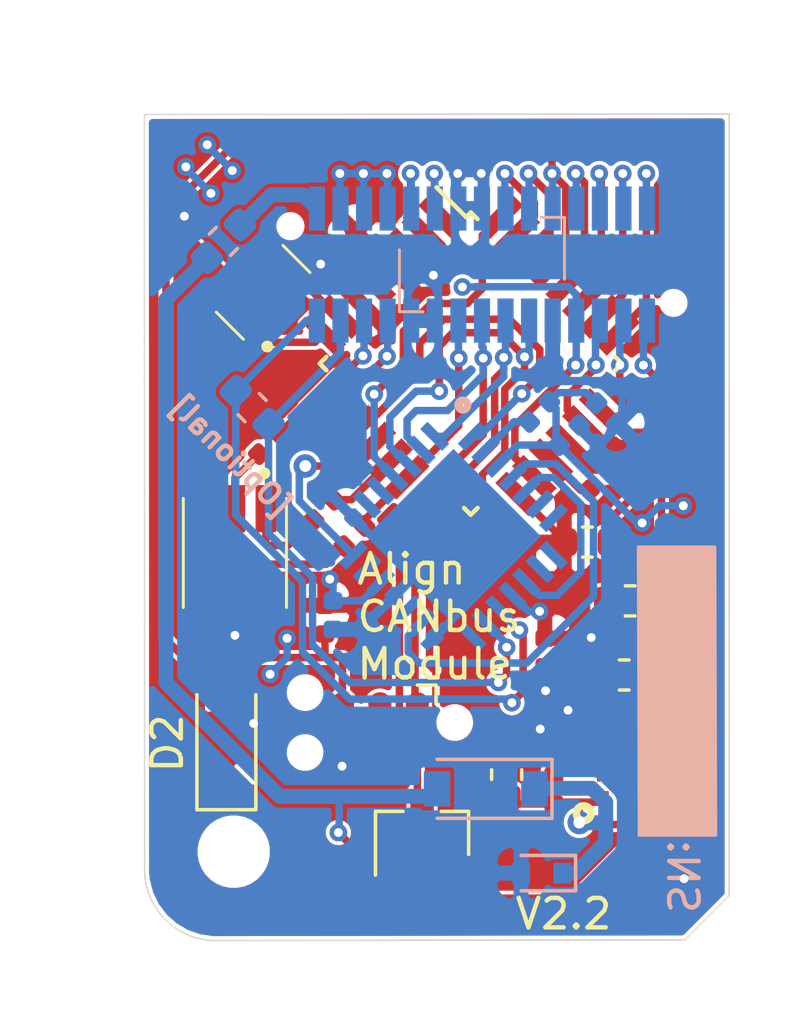
<source format=kicad_pcb>
(kicad_pcb (version 20171130) (host pcbnew "(5.1.6)-1")
  (layers (0 F.Cu signal) (31 B.Cu signal) (34 B.Paste user hide) (35 F.Paste user hide) (36 B.SilkS user hide) (37 F.SilkS user) (38 B.Mask user hide) (39 F.Mask user) (44 Edge.Cuts user))
  (net 0 "")
  (net 1 "Net-(U1-Pad7)")
  (net 2 GND)
  (net 3 /Reset)
  (net 4 /MOSI)
  (net 5 /SCK)
  (net 6 +5V)
  (net 7 /MISO)
  (net 8 /CAN_CS)
  (net 9 /CAN_INT)
  (net 10 +12V)
  (net 11 /CLK_MCP)
  (net 12 /GREEN_LED)
  (net 13 /RED_LED)
  (net 14 /BLUE_LED)
  (net 15 /U-Pin8)
  (net 16 /U-Pin12)
  (net 17 /U-Pin14)
  (net 18 /U-Pin20)
  (net 19 /U-Pin22)
  (net 20 /U-Pin2)
  (net 21 /U-Pin4)
  (net 22 /U-Pin6)
  (net 23 /U-Pin7)
  (net 24 /U-Pin23)
  (net 25 /U-Pin1)
  (net 26 /U-Pin3)
  (net 27 +12V_Safe)
  (net 28 "Net-(C3-Pad2)")
  (net 29 "Net-(L2-Pad1)")
  (net 30 "Net-(C2-Pad1)")
  (net 31 "Net-(U1-Pad8)")
  (net 32 /U-Pin5)
  (net 33 /U-Pin27)
  (net 34 /U-Pin29)
  (net 35 "Net-(IC1-Pad2)")
  (net 36 "Net-(IC1-Pad16)")
  (net 37 "Net-(IC1-Pad10)")
  (net 38 "Net-(J1-Pad2)")
  (net 39 "Net-(LED1-Pad5)")
  (net 40 "Net-(LED1-Pad3)")
  (net 41 "Net-(LED1-Pad1)")
  (net 42 12V_fused)
  (module ACM_2020_V2:D_Zener_KDZV5.6B_SOD-123 (layer F.Cu) (at 65.75 85.325 90)
    (fp_text reference D2 (at 0 -2 90) (layer F.SilkS))
    (fp_text value D_Zener_KDZVTR5.6B)
    (pad 1 smd rect (at -1.65 0 90) (size 0.9 1.2) (layers F.Cu F.Paste F.Mask) (net 6 +5V))
    (pad 2 smd rect (at 1.65 0 90) (size 0.9 1.2) (layers F.Cu F.Paste F.Mask) (net 2 GND))
  )
  (module ASMB-TTF0-0A20B:ASMBTTF00A20B (layer F.Cu) (at 66.04 78.867 270)
    (fp_text reference LED1 hide)
    (fp_text value ASMB-TTF0-0A20B hide)
    (pad 6 smd rect (at 1.5 1.05) (size 0.7 1.6) (layers F.Cu F.Paste F.Mask) (net 2 GND))
    (pad 5 smd rect (at -1.5 1.05) (size 0.7 1.6) (layers F.Cu F.Paste F.Mask) (net 39 "Net-(LED1-Pad5)"))
    (pad 4 smd rect (at 1.5 0) (size 0.7 1.6) (layers F.Cu F.Paste F.Mask) (net 2 GND))
    (pad 3 smd rect (at -1.5 0) (size 0.7 1.6) (layers F.Cu F.Paste F.Mask) (net 40 "Net-(LED1-Pad3)"))
    (pad 2 smd rect (at 1.5 -1.05) (size 0.7 1.6) (layers F.Cu F.Paste F.Mask) (net 2 GND))
    (pad 1 smd rect (at -1.5 -1.05) (size 0.7 1.6) (layers F.Cu F.Paste F.Mask) (net 41 "Net-(LED1-Pad1)"))
  )
  (module ACM_2020_V2:Pmos_DMP3099L-13 (layer F.Cu) (at 72.39 88.392 90)
    (fp_text reference Q1 hide)
    (fp_text value Q_PMOS_DMP3099L-13)
    (pad 1 smd rect (at -1 -0.95 90) (size 0.9 0.8) (layers F.Cu F.Paste F.Mask) (net 42 12V_fused))
    (pad 2 smd rect (at -1 0.95 90) (size 0.9 0.8) (layers F.Cu F.Paste F.Mask) (net 6 +5V))
    (pad 3 smd rect (at 1 0 90) (size 0.9 0.8) (layers F.Cu F.Paste F.Mask) (net 38 "Net-(J1-Pad2)"))
  )
  (module ACM_2020_V2:QFN65P600X600X100-29N-D (layer B.Cu) (at 73.4568 78.3082 225)
    (fp_text reference IC1 hide)
    (fp_text value MCP25625T-E_ML hide)
    (pad 1 smd rect (at -2.85 1.95 135) (size 0.35 1.05) (layers B.Cu B.Paste B.Mask) (net 8 /CAN_CS))
    (pad 2 smd rect (at -2.85 1.3 135) (size 0.35 1.05) (layers B.Cu B.Paste B.Mask) (net 35 "Net-(IC1-Pad2)"))
    (pad 3 smd rect (at -2.85 0.65 135) (size 0.35 1.05) (layers B.Cu B.Paste B.Mask) (net 6 +5V))
    (pad 4 smd rect (at -2.85 0 135) (size 0.35 1.05) (layers B.Cu B.Paste B.Mask) (net 36 "Net-(IC1-Pad16)"))
    (pad 5 smd rect (at -2.85 -0.65 135) (size 0.35 1.05) (layers B.Cu B.Paste B.Mask) (net 37 "Net-(IC1-Pad10)"))
    (pad 6 smd rect (at -2.85 -1.3 135) (size 0.35 1.05) (layers B.Cu B.Paste B.Mask))
    (pad 7 smd rect (at -2.85 -1.95 135) (size 0.35 1.05) (layers B.Cu B.Paste B.Mask))
    (pad 8 smd rect (at -1.95 -2.85 225) (size 0.35 1.05) (layers B.Cu B.Paste B.Mask))
    (pad 9 smd rect (at -1.3 -2.85 225) (size 0.35 1.05) (layers B.Cu B.Paste B.Mask))
    (pad 10 smd rect (at -0.65 -2.85 225) (size 0.35 1.05) (layers B.Cu B.Paste B.Mask) (net 37 "Net-(IC1-Pad10)"))
    (pad 11 smd rect (at 0 -2.85 225) (size 0.35 1.05) (layers B.Cu B.Paste B.Mask) (net 6 +5V))
    (pad 12 smd rect (at 0.65 -2.85 225) (size 0.35 1.05) (layers B.Cu B.Paste B.Mask) (net 34 /U-Pin29))
    (pad 13 smd rect (at 1.3 -2.85 225) (size 0.35 1.05) (layers B.Cu B.Paste B.Mask) (net 33 /U-Pin27))
    (pad 14 smd rect (at 1.95 -2.85 225) (size 0.35 1.05) (layers B.Cu B.Paste B.Mask))
    (pad 15 smd rect (at 2.85 -1.95 135) (size 0.35 1.05) (layers B.Cu B.Paste B.Mask) (net 2 GND))
    (pad 16 smd rect (at 2.85 -1.3 135) (size 0.35 1.05) (layers B.Cu B.Paste B.Mask) (net 36 "Net-(IC1-Pad16)"))
    (pad 17 smd rect (at 2.85 -0.65 135) (size 0.35 1.05) (layers B.Cu B.Paste B.Mask))
    (pad 18 smd rect (at 2.85 0 135) (size 0.35 1.05) (layers B.Cu B.Paste B.Mask) (net 2 GND))
    (pad 19 smd rect (at 2.85 0.65 135) (size 0.35 1.05) (layers B.Cu B.Paste B.Mask) (net 6 +5V))
    (pad 20 smd rect (at 2.85 1.3 135) (size 0.35 1.05) (layers B.Cu B.Paste B.Mask))
    (pad 21 smd rect (at 2.85 1.95 135) (size 0.35 1.05) (layers B.Cu B.Paste B.Mask) (net 11 /CLK_MCP))
    (pad 22 smd rect (at 1.95 2.85 225) (size 0.35 1.05) (layers B.Cu B.Paste B.Mask) (net 2 GND))
    (pad 23 smd rect (at 1.3 2.85 225) (size 0.35 1.05) (layers B.Cu B.Paste B.Mask))
    (pad 24 smd rect (at 0.65 2.85 225) (size 0.35 1.05) (layers B.Cu B.Paste B.Mask))
    (pad 25 smd rect (at 0 2.85 225) (size 0.35 1.05) (layers B.Cu B.Paste B.Mask) (net 9 /CAN_INT))
    (pad 26 smd rect (at -0.65 2.85 225) (size 0.35 1.05) (layers B.Cu B.Paste B.Mask) (net 5 /SCK))
    (pad 27 smd rect (at -1.3 2.85 225) (size 0.35 1.05) (layers B.Cu B.Paste B.Mask) (net 4 /MOSI))
    (pad 28 smd rect (at -1.95 2.85 225) (size 0.35 1.05) (layers B.Cu B.Paste B.Mask) (net 7 /MISO))
    (pad 29 smd rect (at 0 0 225) (size 4.2 4.2) (layers B.Cu B.Paste B.Mask) (net 2 GND))
  )
  (module ACM_2020_V2:D_schotky_MBR0520LT1G (layer B.Cu) (at 74.549 86.868 180)
    (fp_text reference D4 hide)
    (fp_text value D_Schottky_MBR0520LT1G)
    (pad 1 smd rect (at -1.65 0 180) (size 0.9 1.2) (layers B.Cu B.Paste B.Mask) (net 27 +12V_Safe))
    (pad 2 smd rect (at 1.65 0 180) (size 0.9 1.2) (layers B.Cu B.Paste B.Mask) (net 42 12V_fused))
  )
  (module Inductor_SMD:L_0603_1608Metric (layer F.Cu) (at 79.2481 83.0072)
    (fp_text reference L2 hide)
    (fp_text value "2.2 µH")
    (pad 1 smd roundrect (at -0.7875 0) (size 0.875 0.95) (layers F.Cu F.Paste F.Mask) (net 29 "Net-(L2-Pad1)"))
    (pad 2 smd roundrect (at 0.7875 0) (size 0.875 0.95) (layers F.Cu F.Paste F.Mask) (net 6 +5V))
  )
  (module Capacitor_SMD:C_0402_1005Metric (layer B.Cu) (at 69.3674 80.9752 270)
    (fp_text reference C8 hide)
    (fp_text value 0.1uF hide)
    (pad 1 smd roundrect (at -0.485 0 270) (size 0.59 0.64) (layers B.Cu B.Paste B.Mask) (net 6 +5V))
    (pad 2 smd roundrect (at 0.485 0 270) (size 0.59 0.64) (layers B.Cu B.Paste B.Mask) (net 2 GND))
  )
  (module Resistor_SMD:R_0603_1608Metric (layer B.Cu) (at 66.6242 73.9394 135)
    (fp_text reference R7 hide)
    (fp_text value "120 Ohm")
    (pad 1 smd roundrect (at -0.7875 0 135) (size 0.875 0.95) (layers B.Cu B.Paste B.Mask) (net 33 /U-Pin27))
    (pad 2 smd roundrect (at 0.7875 0 135) (size 0.875 0.95) (layers B.Cu B.Paste B.Mask) (net 34 /U-Pin29))
  )
  (module Inductor_SMD:L_0603_1608Metric (layer F.Cu) (at 78 78.5)
    (fp_text reference L1 hide)
    (fp_text value 10uH)
    (pad 2 smd roundrect (at 0.7875 0) (size 0.875 0.95) (layers F.Cu F.Paste F.Mask) (net 28 "Net-(C3-Pad2)"))
    (pad 1 smd roundrect (at -0.7875 0) (size 0.875 0.95) (layers F.Cu F.Paste F.Mask) (net 6 +5V))
  )
  (module Package_QFP:TQFP-32_7x7mm_P0.8mm (layer F.Cu) (at 74.043324 72.446268 315)
    (fp_text reference U1 hide)
    (fp_text value ATmega328P-AU)
    (pad 1 smd rect (at -4.25 -2.8 315) (size 1.6 0.55) (layers F.Cu F.Paste F.Mask) (net 18 /U-Pin20))
    (pad 2 smd rect (at -4.25 -2 315) (size 1.6 0.55) (layers F.Cu F.Paste F.Mask) (net 19 /U-Pin22))
    (pad 3 smd rect (at -4.25 -1.2 315) (size 1.6 0.55) (layers F.Cu F.Paste F.Mask) (net 2 GND))
    (pad 4 smd rect (at -4.25 -0.4 315) (size 1.6 0.55) (layers F.Cu F.Paste F.Mask) (net 6 +5V))
    (pad 5 smd rect (at -4.25 0.4 315) (size 1.6 0.55) (layers F.Cu F.Paste F.Mask) (net 2 GND))
    (pad 6 smd rect (at -4.25 1.2 315) (size 1.6 0.55) (layers F.Cu F.Paste F.Mask) (net 6 +5V))
    (pad 7 smd rect (at -4.25 2 315) (size 1.6 0.55) (layers F.Cu F.Paste F.Mask) (net 1 "Net-(U1-Pad7)"))
    (pad 8 smd rect (at -4.25 2.8 315) (size 1.6 0.55) (layers F.Cu F.Paste F.Mask) (net 31 "Net-(U1-Pad8)"))
    (pad 9 smd rect (at -2.8 4.25 45) (size 1.6 0.55) (layers F.Cu F.Paste F.Mask) (net 12 /GREEN_LED))
    (pad 10 smd rect (at -2 4.25 45) (size 1.6 0.55) (layers F.Cu F.Paste F.Mask) (net 24 /U-Pin23))
    (pad 11 smd rect (at -1.2 4.25 45) (size 1.6 0.55) (layers F.Cu F.Paste F.Mask) (net 8 /CAN_CS))
    (pad 12 smd rect (at -0.4 4.25 45) (size 1.6 0.55) (layers F.Cu F.Paste F.Mask) (net 11 /CLK_MCP))
    (pad 13 smd rect (at 0.4 4.25 45) (size 1.6 0.55) (layers F.Cu F.Paste F.Mask) (net 13 /RED_LED))
    (pad 14 smd rect (at 1.2 4.25 45) (size 1.6 0.55) (layers F.Cu F.Paste F.Mask) (net 14 /BLUE_LED))
    (pad 15 smd rect (at 2 4.25 45) (size 1.6 0.55) (layers F.Cu F.Paste F.Mask) (net 4 /MOSI))
    (pad 16 smd rect (at 2.8 4.25 45) (size 1.6 0.55) (layers F.Cu F.Paste F.Mask) (net 7 /MISO))
    (pad 17 smd rect (at 4.25 2.8 315) (size 1.6 0.55) (layers F.Cu F.Paste F.Mask) (net 5 /SCK))
    (pad 18 smd rect (at 4.25 2 315) (size 1.6 0.55) (layers F.Cu F.Paste F.Mask) (net 6 +5V))
    (pad 19 smd rect (at 4.25 1.2 315) (size 1.6 0.55) (layers F.Cu F.Paste F.Mask) (net 23 /U-Pin7))
    (pad 20 smd rect (at 4.25 0.4 315) (size 1.6 0.55) (layers F.Cu F.Paste F.Mask) (net 30 "Net-(C2-Pad1)"))
    (pad 21 smd rect (at 4.25 -0.4 315) (size 1.6 0.55) (layers F.Cu F.Paste F.Mask) (net 2 GND))
    (pad 22 smd rect (at 4.25 -1.2 315) (size 1.6 0.55) (layers F.Cu F.Paste F.Mask) (net 32 /U-Pin5))
    (pad 23 smd rect (at 4.25 -2 315) (size 1.6 0.55) (layers F.Cu F.Paste F.Mask) (net 25 /U-Pin1))
    (pad 24 smd rect (at 4.25 -2.8 315) (size 1.6 0.55) (layers F.Cu F.Paste F.Mask) (net 26 /U-Pin3))
    (pad 25 smd rect (at 2.8 -4.25 45) (size 1.6 0.55) (layers F.Cu F.Paste F.Mask) (net 20 /U-Pin2))
    (pad 26 smd rect (at 2 -4.25 45) (size 1.6 0.55) (layers F.Cu F.Paste F.Mask) (net 21 /U-Pin4))
    (pad 27 smd rect (at 1.2 -4.25 45) (size 1.6 0.55) (layers F.Cu F.Paste F.Mask) (net 22 /U-Pin6))
    (pad 28 smd rect (at 0.4 -4.25 45) (size 1.6 0.55) (layers F.Cu F.Paste F.Mask) (net 15 /U-Pin8))
    (pad 29 smd rect (at -0.4 -4.25 45) (size 1.6 0.55) (layers F.Cu F.Paste F.Mask) (net 3 /Reset))
    (pad 30 smd rect (at -1.2 -4.25 45) (size 1.6 0.55) (layers F.Cu F.Paste F.Mask) (net 16 /U-Pin12))
    (pad 31 smd rect (at -2 -4.25 45) (size 1.6 0.55) (layers F.Cu F.Paste F.Mask) (net 17 /U-Pin14))
    (pad 32 smd rect (at -2.8 -4.25 45) (size 1.6 0.55) (layers F.Cu F.Paste F.Mask) (net 9 /CAN_INT))
  )
  (module Connector:Tag-Connect_TC2030-IDC-NL_2x03_P1.27mm_Vertical (layer F.Cu) (at 70.96 84.62 180)
    (fp_text reference J1 hide)
    (fp_text value TC2030-MCP-NL)
    (pad "" np_thru_hole circle (at 2.54 -1.016 180) (size 0.9906 0.9906) (drill 0.9906) (layers *.Cu *.Mask))
    (pad "" np_thru_hole circle (at 2.54 1.016 180) (size 0.9906 0.9906) (drill 0.9906) (layers *.Cu *.Mask))
    (pad "" np_thru_hole circle (at -2.54 0 180) (size 0.9906 0.9906) (drill 0.9906) (layers *.Cu *.Mask))
    (pad 1 connect circle (at -1.27 0.635 180) (size 0.7874 0.7874) (layers F.Cu F.Mask) (net 7 /MISO))
    (pad 2 connect circle (at -1.27 -0.635 180) (size 0.7874 0.7874) (layers F.Cu F.Mask) (net 38 "Net-(J1-Pad2)"))
    (pad 3 connect circle (at 0 0.635 180) (size 0.7874 0.7874) (layers F.Cu F.Mask) (net 5 /SCK))
    (pad 4 connect circle (at 0 -0.635 180) (size 0.7874 0.7874) (layers F.Cu F.Mask) (net 4 /MOSI))
    (pad 5 connect circle (at 1.27 0.635 180) (size 0.7874 0.7874) (layers F.Cu F.Mask) (net 3 /Reset))
    (pad 6 connect circle (at 1.27 -0.635 180) (size 0.7874 0.7874) (layers F.Cu F.Mask) (net 2 GND))
  )
  (module SMLP36RGB2W3R:ILWX10SBVFBE (layer B.Cu) (at 74.422 69.088 180)
    (fp_text reference P1 hide)
    (fp_text value Conn_02x15_Odd_Even hide)
    (pad "" np_thru_hole circle (at 6.5 1.3 180) (size 0.7 0.7) (drill 0.7) (layers *.Cu *.Mask))
    (pad "" np_thru_hole circle (at -6.5 -1.3 180) (size 0.7 0.7) (drill 0.7) (layers *.Cu *.Mask))
    (pad 1 smd rect (at -5.6 -1.9 180) (size 0.55 1.5) (layers B.Cu B.Paste B.Mask) (net 25 /U-Pin1))
    (pad 2 smd rect (at -5.6 1.9 180) (size 0.55 1.5) (layers B.Cu B.Paste B.Mask) (net 20 /U-Pin2))
    (pad 3 smd rect (at -4.8 -1.9 180) (size 0.55 1.5) (layers B.Cu B.Paste B.Mask) (net 26 /U-Pin3))
    (pad 4 smd rect (at -4.8 1.9 180) (size 0.55 1.5) (layers B.Cu B.Paste B.Mask) (net 21 /U-Pin4))
    (pad 5 smd rect (at -4 -1.9 180) (size 0.55 1.5) (layers B.Cu B.Paste B.Mask) (net 32 /U-Pin5))
    (pad 6 smd rect (at -4 1.9 180) (size 0.55 1.5) (layers B.Cu B.Paste B.Mask) (net 22 /U-Pin6))
    (pad 7 smd rect (at -3.2 -1.9 180) (size 0.55 1.5) (layers B.Cu B.Paste B.Mask) (net 23 /U-Pin7))
    (pad 8 smd rect (at -3.2 1.9 180) (size 0.55 1.5) (layers B.Cu B.Paste B.Mask) (net 15 /U-Pin8))
    (pad 9 smd rect (at -2.4 -1.9 180) (size 0.55 1.5) (layers B.Cu B.Paste B.Mask) (net 2 GND))
    (pad 10 smd rect (at -2.4 1.9 180) (size 0.55 1.5) (layers B.Cu B.Paste B.Mask) (net 3 /Reset))
    (pad 11 smd rect (at -1.6 -1.9 180) (size 0.55 1.5) (layers B.Cu B.Paste B.Mask) (net 5 /SCK))
    (pad 12 smd rect (at -1.6 1.9 180) (size 0.55 1.5) (layers B.Cu B.Paste B.Mask) (net 16 /U-Pin12))
    (pad 13 smd rect (at -0.8 -1.9 180) (size 0.55 1.5) (layers B.Cu B.Paste B.Mask) (net 7 /MISO))
    (pad 14 smd rect (at -0.8 1.9 180) (size 0.55 1.5) (layers B.Cu B.Paste B.Mask) (net 17 /U-Pin14))
    (pad 15 smd rect (at 0 -1.9 180) (size 0.55 1.5) (layers B.Cu B.Paste B.Mask) (net 4 /MOSI))
    (pad 16 smd rect (at 0 1.9 180) (size 0.55 1.5) (layers B.Cu B.Paste B.Mask) (net 2 GND))
    (pad 17 smd rect (at 0.8 -1.9 180) (size 0.55 1.5) (layers B.Cu B.Paste B.Mask) (net 14 /BLUE_LED))
    (pad 18 smd rect (at 0.8 1.9 180) (size 0.55 1.5) (layers B.Cu B.Paste B.Mask) (net 2 GND))
    (pad 19 smd rect (at 1.6 -1.9 180) (size 0.55 1.5) (layers B.Cu B.Paste B.Mask) (net 2 GND))
    (pad 20 smd rect (at 1.6 1.9 180) (size 0.55 1.5) (layers B.Cu B.Paste B.Mask) (net 18 /U-Pin20))
    (pad 21 smd rect (at 2.4 -1.9 180) (size 0.55 1.5) (layers B.Cu B.Paste B.Mask) (net 2 GND))
    (pad 22 smd rect (at 2.4 1.9 180) (size 0.55 1.5) (layers B.Cu B.Paste B.Mask) (net 19 /U-Pin22))
    (pad 23 smd rect (at 3.2 -1.9 180) (size 0.55 1.5) (layers B.Cu B.Paste B.Mask) (net 24 /U-Pin23))
    (pad 24 smd rect (at 3.2 1.9 180) (size 0.55 1.5) (layers B.Cu B.Paste B.Mask) (net 6 +5V))
    (pad 25 smd rect (at 4 -1.9 180) (size 0.55 1.5) (layers B.Cu B.Paste B.Mask) (net 12 /GREEN_LED))
    (pad 26 smd rect (at 4 1.9 180) (size 0.55 1.5) (layers B.Cu B.Paste B.Mask) (net 6 +5V))
    (pad 27 smd rect (at 4.8 -1.9 180) (size 0.55 1.5) (layers B.Cu B.Paste B.Mask) (net 33 /U-Pin27))
    (pad 28 smd rect (at 4.8 1.9 180) (size 0.55 1.5) (layers B.Cu B.Paste B.Mask) (net 6 +5V))
    (pad 29 smd rect (at 5.6 -1.9 180) (size 0.55 1.5) (layers B.Cu B.Paste B.Mask) (net 34 /U-Pin29))
    (pad 30 smd rect (at 5.6 1.9 180) (size 0.55 1.5) (layers B.Cu B.Paste B.Mask) (net 10 +12V))
  )
  (module Resistor_SMD:R_0402_1005Metric (layer F.Cu) (at 69.088 81.13 270)
    (fp_text reference R1 hide)
    (fp_text value "10K Ohm")
    (pad 1 smd roundrect (at -0.485 0 270) (size 0.59 0.64) (layers F.Cu F.Paste F.Mask) (net 6 +5V))
    (pad 2 smd roundrect (at 0.485 0 270) (size 0.59 0.64) (layers F.Cu F.Paste F.Mask) (net 3 /Reset))
  )
  (module Resistor_SMD:R_0402_1005Metric (layer F.Cu) (at 70.091253 78.295547 45)
    (fp_text reference R5 hide)
    (fp_text value "190 Ohm")
    (pad 1 smd roundrect (at -0.485 0 45) (size 0.59 0.64) (layers F.Cu F.Paste F.Mask) (net 39 "Net-(LED1-Pad5)"))
    (pad 2 smd roundrect (at 0.485 0 45) (size 0.59 0.64) (layers F.Cu F.Paste F.Mask) (net 14 /BLUE_LED))
  )
  (module CSTNE16M0V530000R0:CSTNE16M0V530000R0 (layer F.Cu) (at 67.299049 70.331992 45)
    (fp_text reference Y1 hide)
    (fp_text value 16.0Mhz hide)
    (pad 3 smd rect (at 1.2 -0.425 45) (size 0.4 1.9) (layers F.Cu F.Paste F.Mask) (net 1 "Net-(U1-Pad7)"))
    (pad 2 smd rect (at 0 -0.425 45) (size 0.4 1.9) (layers F.Cu F.Paste F.Mask) (net 2 GND))
    (pad 1 smd rect (at -1.2 -0.425 45) (size 0.4 1.9) (layers F.Cu F.Paste F.Mask) (net 31 "Net-(U1-Pad8)"))
  )
  (module Capacitor_SMD:C_0402_1005Metric (layer F.Cu) (at 69.792947 68.332053 225)
    (fp_text reference C1 hide)
    (fp_text value 0.1uF)
    (pad 1 smd roundrect (at -0.485 0 225) (size 0.59 0.64) (layers F.Cu F.Paste F.Mask) (net 6 +5V))
    (pad 2 smd roundrect (at 0.485 0 225) (size 0.59 0.64) (layers F.Cu F.Paste F.Mask) (net 2 GND))
  )
  (module Diode_SMD:D_SOD-523 (layer B.Cu) (at 76.45 89.725 180)
    (fp_text reference D1 hide)
    (fp_text value 15V)
    (pad 1 smd rect (at -0.7 0) (size 0.6 0.7) (layers B.Cu B.Paste B.Mask) (net 27 +12V_Safe))
    (pad 2 smd rect (at 0.7 0) (size 0.6 0.7) (layers B.Cu B.Paste B.Mask) (net 2 GND))
  )
  (module Capacitor_SMD:C_0402_1005Metric (layer F.Cu) (at 80.042947 76.457053 225)
    (fp_text reference C3 hide)
    (fp_text value 0.1uF)
    (pad 2 smd roundrect (at 0.485 0 225) (size 0.59 0.64) (layers F.Cu F.Paste F.Mask) (net 28 "Net-(C3-Pad2)"))
    (pad 1 smd roundrect (at -0.485 0 225) (size 0.59 0.64) (layers F.Cu F.Paste F.Mask) (net 2 GND))
  )
  (module Resistor_SMD:R_0402_1005Metric (layer F.Cu) (at 79.883 89.408 90)
    (fp_text reference R2 hide)
    (fp_text value "10K Ohm")
    (pad 2 smd roundrect (at 0.485 0 90) (size 0.59 0.64) (layers F.Cu F.Paste F.Mask) (net 42 12V_fused))
    (pad 1 smd roundrect (at -0.485 0 90) (size 0.59 0.64) (layers F.Cu F.Paste F.Mask) (net 2 GND))
  )
  (module Fuse:Fuse_0603_1608Metric (layer B.Cu) (at 65.65 68.3 45)
    (fp_text reference F1 hide)
    (fp_text value 250mA)
    (pad 2 smd roundrect (at 0.7875 0 45) (size 0.875 0.95) (layers B.Cu B.Paste B.Mask) (net 10 +12V))
    (pad 1 smd roundrect (at -0.7875 0 45) (size 0.875 0.95) (layers B.Cu B.Paste B.Mask) (net 42 12V_fused))
  )
  (module Capacitor_SMD:C_0402_1005Metric (layer B.Cu) (at 77.381147 74.866453 45)
    (fp_text reference C7 hide)
    (fp_text value 0.1uF)
    (pad 1 smd roundrect (at -0.485 0 45) (size 0.59 0.64) (layers B.Cu B.Paste B.Mask) (net 6 +5V))
    (pad 2 smd roundrect (at 0.485 0 45) (size 0.59 0.64) (layers B.Cu B.Paste B.Mask) (net 2 GND))
  )
  (module Capacitor_SMD:C_0402_1005Metric (layer F.Cu) (at 76.5556 82.2452 90)
    (fp_text reference C9 hide)
    (fp_text value 0.1uF)
    (pad 1 smd roundrect (at -0.485 0 90) (size 0.59 0.64) (layers F.Cu F.Paste F.Mask) (net 2 GND))
    (pad 2 smd roundrect (at 0.485 0 90) (size 0.59 0.64) (layers F.Cu F.Paste F.Mask) (net 6 +5V))
  )
  (module Capacitor_SMD:C_0402_1005Metric (layer B.Cu) (at 78.651147 74.129947 315)
    (fp_text reference C6 hide)
    (fp_text value 0.1uF)
    (pad 1 smd roundrect (at -0.485 0 315) (size 0.59 0.64) (layers B.Cu B.Paste B.Mask) (net 6 +5V))
    (pad 2 smd roundrect (at 0.485 0 315) (size 0.59 0.64) (layers B.Cu B.Paste B.Mask) (net 2 GND))
  )
  (module Resistor_SMD:R_0402_1005Metric (layer B.Cu) (at 76.365147 74.079053 45)
    (fp_text reference R6 hide)
    (fp_text value "10K Ohm")
    (pad 1 smd roundrect (at -0.485 0 45) (size 0.59 0.64) (layers B.Cu B.Paste B.Mask) (net 35 "Net-(IC1-Pad2)"))
    (pad 2 smd roundrect (at 0.485 0 45) (size 0.59 0.64) (layers B.Cu B.Paste B.Mask) (net 6 +5V))
  )
  (module Capacitor_SMD:C_0402_1005Metric (layer F.Cu) (at 78.4 76.4 45)
    (fp_text reference C2 hide)
    (fp_text value 0.1uF)
    (pad 1 smd roundrect (at -0.485 0 45) (size 0.59 0.64) (layers F.Cu F.Paste F.Mask) (net 30 "Net-(C2-Pad1)"))
    (pad 2 smd roundrect (at 0.485 0 45) (size 0.59 0.64) (layers F.Cu F.Paste F.Mask) (net 2 GND))
  )
  (module Capacitor_SMD:C_0402_1005Metric (layer F.Cu) (at 76.8604 86.8934 90)
    (fp_text reference C4 hide)
    (fp_text value 0.1uF)
    (pad 1 smd roundrect (at -0.485 0 90) (size 0.59 0.64) (layers F.Cu F.Paste F.Mask) (net 27 +12V_Safe))
    (pad 2 smd roundrect (at 0.485 0 90) (size 0.59 0.64) (layers F.Cu F.Paste F.Mask) (net 2 GND))
  )
  (module Capacitor_SMD:C_0402_1005Metric (layer F.Cu) (at 79.471 81.764 180)
    (fp_text reference C5 hide)
    (fp_text value 0.1uF)
    (pad 2 smd roundrect (at 0.485 0 180) (size 0.59 0.64) (layers F.Cu F.Paste F.Mask) (net 2 GND))
    (pad 1 smd roundrect (at -0.485 0 180) (size 0.59 0.64) (layers F.Cu F.Paste F.Mask) (net 6 +5V))
  )
  (module MountingHole:MountingHole_2.2mm_M2 (layer B.Cu) (at 66 89)
    (fp_text reference H1 hide)
    (fp_text value "M2 Mouting hole")
    (pad 1 np_thru_hole circle (at 0 0) (size 2.2 2.2) (drill 2.2) (layers *.Cu *.Mask))
  )
  (module NCV890430MW50TXG:SON65P300X300X100-9N (layer F.Cu) (at 79.524 85.82 90)
    (fp_text reference U3 hide)
    (fp_text value NCV890430MW50TXG hide)
    (pad 1 smd rect (at -1.5 -0.975 180) (size 0.35 0.75) (layers F.Cu F.Paste F.Mask) (net 27 +12V_Safe))
    (pad 2 smd rect (at -1.5 -0.325 180) (size 0.35 0.75) (layers F.Cu F.Paste F.Mask))
    (pad 3 smd rect (at -1.5 0.325 180) (size 0.35 0.75) (layers F.Cu F.Paste F.Mask) (net 2 GND))
    (pad 4 smd rect (at -1.5 0.975 180) (size 0.35 0.75) (layers F.Cu F.Paste F.Mask) (net 27 +12V_Safe))
    (pad 5 smd rect (at 1.5 0.975 180) (size 0.35 0.75) (layers F.Cu F.Paste F.Mask) (net 6 +5V))
    (pad 6 smd rect (at 1.5 0.325 180) (size 0.35 0.75) (layers F.Cu F.Paste F.Mask))
    (pad 7 smd rect (at 1.5 -0.325 180) (size 0.35 0.75) (layers F.Cu F.Paste F.Mask) (net 2 GND))
    (pad 8 smd rect (at 1.5 -0.975 180) (size 0.35 0.75) (layers F.Cu F.Paste F.Mask) (net 29 "Net-(L2-Pad1)"))
    (pad 9 smd rect (at 0 0 90) (size 1.6 2.4) (layers F.Cu F.Paste F.Mask) (net 2 GND))
  )
  (module Capacitor_SMD:C_0603_1608Metric (layer F.Cu) (at 75.2602 86.3855 90)
    (fp_text reference C10 hide)
    (fp_text value 10uF)
    (pad 1 smd roundrect (at -0.7875 0 90) (size 0.875 0.95) (layers F.Cu F.Paste F.Mask) (net 27 +12V_Safe))
    (pad 2 smd roundrect (at 0.7875 0 90) (size 0.875 0.95) (layers F.Cu F.Paste F.Mask) (net 2 GND))
  )
  (module Capacitor_SMD:C_0603_1608Metric (layer F.Cu) (at 79.448 80.494 180)
    (fp_text reference C11 hide)
    (fp_text value 10uF)
    (pad 2 smd roundrect (at 0.7875 0 180) (size 0.875 0.95) (layers F.Cu F.Paste F.Mask) (net 2 GND))
    (pad 1 smd roundrect (at -0.7875 0 180) (size 0.875 0.95) (layers F.Cu F.Paste F.Mask) (net 6 +5V))
  )
  (module Resistor_SMD:R_0402_1005Metric (layer F.Cu) (at 69.049853 77.406547 45)
    (fp_text reference R3 hide)
    (fp_text value "290 ohm")
    (pad 1 smd roundrect (at -0.485 0 45) (size 0.59 0.64) (layers F.Cu F.Paste F.Mask) (net 41 "Net-(LED1-Pad1)"))
    (pad 2 smd roundrect (at 0.485 0 45) (size 0.59 0.64) (layers F.Cu F.Paste F.Mask) (net 13 /RED_LED))
  )
  (module Resistor_SMD:R_0402_1005Metric (layer F.Cu) (at 67.195653 75.171347 45)
    (fp_text reference R4 hide)
    (fp_text value 200ohm)
    (pad 2 smd roundrect (at 0.485 0 45) (size 0.59 0.64) (layers F.Cu F.Paste F.Mask) (net 12 /GREEN_LED))
    (pad 1 smd roundrect (at -0.485 0 45) (size 0.59 0.64) (layers F.Cu F.Paste F.Mask) (net 40 "Net-(LED1-Pad3)"))
  )
  (gr_text V2.2 (at 77.1906 91.1098) (layer F.SilkS) (effects (font (size 1 1))))
  (gr_text "Align\nCANbus\nModule" (at 70.104 81.026) (layer F.SilkS) (effects (font (size 1 1)) (justify left)))
  (gr_text [Optional] (at 65.913 75.565 315) (layer B.SilkS) (effects (font (size 0.7 0.7)) (justify mirror)))
  (gr_line (start 82.80908 90.49258) (end 81.31302 91.98864) (layer Edge.Cuts) (width 0.05))
  (gr_arc (start 65.399901 89.588339) (end 62.97676 89.71534) (angle -84.58411655) (layer Edge.Cuts) (width 0.05))
  (gr_line (start 62.97676 89.71534) (end 62.97 64) (layer Edge.Cuts) (width 0.05))
  (gr_line (start 81.31302 91.98864) (end 65.297629 92.01265) (layer Edge.Cuts) (width 0.05))
  (gr_line (start 82.81 63.98) (end 82.80908 90.49258) (layer Edge.Cuts) (width 0.05))
  (gr_line (start 62.97 64) (end 82.81 63.98) (layer Edge.Cuts) (width 0.05))
  (gr_text SN: (at 81.2292 89.8398 270) (layer B.SilkS) (effects (font (size 1 1)) (justify mirror)))
  (gr_poly (pts (xy 79.7264 78.6638) (xy 82.3256 78.6638) (xy 82.3552 88.4428) (xy 79.756 88.4428)) (layer B.SilkS) (width 0.1))
  (segment (start 69.519392 70.855278) (end 69.623907 70.855278) (width 0.254) (layer F.Cu) (net 1))
  (segment (start 67.847057 69.182943) (end 69.519392 70.855278) (width 0.254) (layer F.Cu) (net 1))
  (via (at 73.6 66) (size 0.6) (drill 0.3) (layers F.Cu B.Cu) (net 2))
  (segment (start 79.199 85.495) (end 79.524 85.82) (width 0.254) (layer F.Cu) (net 2))
  (segment (start 79.199 84.32) (end 79.199 85.495) (width 0.254) (layer F.Cu) (net 2))
  (segment (start 80.328841 76.057053) (end 80.385894 76.114106) (width 0.254) (layer F.Cu) (net 2))
  (segment (start 74.4 67.166) (end 74.422 67.188) (width 0.254) (layer B.Cu) (net 2))
  (segment (start 74.4 66) (end 74.4 67.166) (width 0.254) (layer B.Cu) (net 2))
  (segment (start 73.6 67.166) (end 73.622 67.188) (width 0.254) (layer B.Cu) (net 2))
  (segment (start 73.6 66) (end 73.6 67.166) (width 0.254) (layer B.Cu) (net 2))
  (segment (start 74.422 67.188) (end 73.622 67.188) (width 0.254) (layer B.Cu) (net 2))
  (segment (start 74.4 66) (end 73.6 66) (width 0.254) (layer B.Cu) (net 2))
  (via (at 74.4 66) (size 0.6) (drill 0.3) (layers F.Cu B.Cu) (net 2))
  (segment (start 78.8 76.114106) (end 78.742947 76.057053) (width 0.254) (layer F.Cu) (net 2))
  (segment (start 80.385894 76.114106) (end 78.8 76.114106) (width 0.254) (layer F.Cu) (net 2))
  (segment (start 78.691 81.764) (end 78.986 81.764) (width 0.254) (layer F.Cu) (net 2))
  (segment (start 78.67 81.743) (end 78.691 81.764) (width 0.254) (layer F.Cu) (net 2))
  (segment (start 78.6605 80.494) (end 78.67 80.5035) (width 0.254) (layer F.Cu) (net 2))
  (segment (start 78.67 80.5035) (end 78.67 81.743) (width 0.254) (layer F.Cu) (net 2))
  (segment (start 78.219795 76.057053) (end 77.331371 75.168629) (width 0.254) (layer F.Cu) (net 2))
  (segment (start 78.742947 76.057053) (end 78.219795 76.057053) (width 0.254) (layer F.Cu) (net 2))
  (segment (start 72 68.705888) (end 72.005888 68.705888) (width 0.254) (layer F.Cu) (net 2))
  (segment (start 71.886648 68.592536) (end 72 68.705888) (width 0.254) (layer F.Cu) (net 2))
  (segment (start 69.70637 68.675) (end 70.755277 69.723907) (width 0.254) (layer F.Cu) (net 2))
  (segment (start 69.45 68.675) (end 69.70637 68.675) (width 0.254) (layer F.Cu) (net 2))
  (segment (start 79.849 86.145) (end 79.849 87.32) (width 0.254) (layer F.Cu) (net 2))
  (segment (start 79.524 85.82) (end 79.849 86.145) (width 0.254) (layer F.Cu) (net 2))
  (segment (start 80.385894 76.114106) (end 80.385894 76.064106) (width 0.254) (layer F.Cu) (net 2))
  (via (at 72.775 69.45) (size 0.6) (drill 0.3) (layers F.Cu B.Cu) (net 2))
  (segment (start 71.886648 68.592536) (end 71.917536 68.592536) (width 0.254) (layer F.Cu) (net 2))
  (segment (start 71.917536 68.592536) (end 72.775 69.45) (width 0.254) (layer F.Cu) (net 2))
  (via (at 68.95 69.075) (size 0.6) (drill 0.3) (layers F.Cu B.Cu) (net 2))
  (segment (start 69.45 68.675) (end 69.35 68.675) (width 0.254) (layer F.Cu) (net 2))
  (segment (start 69.35 68.675) (end 68.95 69.075) (width 0.254) (layer F.Cu) (net 2))
  (segment (start 69.69 86.085) (end 69.675 86.1) (width 0.254) (layer F.Cu) (net 2))
  (via (at 69.675 86.1) (size 0.6) (drill 0.3) (layers F.Cu B.Cu) (net 2))
  (segment (start 69.69 85.255) (end 69.69 86.085) (width 0.254) (layer F.Cu) (net 2))
  (segment (start 66.998529 70.031472) (end 66.981472 70.031472) (width 0.254) (layer F.Cu) (net 2))
  (segment (start 76.8 71.01) (end 76.822 70.988) (width 0.254) (layer B.Cu) (net 2))
  (via (at 78.1304 81.737192) (size 0.6) (drill 0.3) (layers F.Cu B.Cu) (net 2))
  (segment (start 78.157208 81.764) (end 78.1304 81.737192) (width 0.254) (layer F.Cu) (net 2))
  (segment (start 78.986 81.764) (end 78.157208 81.764) (width 0.254) (layer F.Cu) (net 2))
  (segment (start 80.514106 76.242318) (end 80.385894 76.114106) (width 0.254) (layer F.Cu) (net 2))
  (segment (start 80.514106 78.515294) (end 80.514106 76.242318) (width 0.254) (layer F.Cu) (net 2))
  (segment (start 78.6605 80.494) (end 78.6605 80.3689) (width 0.254) (layer F.Cu) (net 2))
  (segment (start 78.6605 80.3689) (end 80.514106 78.515294) (width 0.254) (layer F.Cu) (net 2))
  (via (at 76.581 83.5406) (size 0.6) (drill 0.3) (layers F.Cu B.Cu) (net 2))
  (segment (start 76.5556 82.7302) (end 76.5556 83.5152) (width 0.254) (layer F.Cu) (net 2))
  (segment (start 76.5556 83.5152) (end 76.581 83.5406) (width 0.254) (layer F.Cu) (net 2))
  (segment (start 73.4568 81.065917) (end 73.4568 78.3082) (width 0.254) (layer B.Cu) (net 2))
  (segment (start 72.820404 81.702313) (end 73.4568 81.065917) (width 0.254) (layer B.Cu) (net 2))
  (segment (start 70.6882 78.3082) (end 73.4568 78.3082) (width 0.254) (layer B.Cu) (net 2))
  (segment (start 70.062687 77.671804) (end 70.062687 77.682687) (width 0.254) (layer B.Cu) (net 2))
  (segment (start 70.062687 77.682687) (end 70.6882 78.3082) (width 0.254) (layer B.Cu) (net 2))
  (segment (start 78.994094 74.4474) (end 78.994094 74.472894) (width 0.254) (layer B.Cu) (net 2))
  (segment (start 76.822 70.988) (end 76.822 72.485492) (width 0.254) (layer B.Cu) (net 2))
  (segment (start 77.361508 73.025) (end 78.7908 73.025) (width 0.254) (layer B.Cu) (net 2))
  (segment (start 78.7908 73.025) (end 79.1718 73.406) (width 0.254) (layer B.Cu) (net 2))
  (segment (start 79.1718 73.406) (end 79.1718 74.269694) (width 0.254) (layer B.Cu) (net 2))
  (segment (start 76.822 72.485492) (end 77.361508 73.025) (width 0.254) (layer B.Cu) (net 2))
  (segment (start 79.1718 74.269694) (end 78.994094 74.4474) (width 0.254) (layer B.Cu) (net 2))
  (via (at 76.4 84.8409) (size 0.6) (drill 0.3) (layers F.Cu B.Cu) (net 2))
  (segment (start 76.4 85.1694) (end 76.4 84.8409) (width 0.254) (layer F.Cu) (net 2))
  (segment (start 75.2602 85.598) (end 75.9714 85.598) (width 0.254) (layer F.Cu) (net 2))
  (segment (start 75.9714 85.598) (end 76.4 85.1694) (width 0.254) (layer F.Cu) (net 2))
  (segment (start 79.199 83.691) (end 79.199 84.32) (width 0.254) (layer F.Cu) (net 2))
  (segment (start 78.986 81.764) (end 79.199 81.977) (width 0.254) (layer F.Cu) (net 2))
  (segment (start 79.199 81.977) (end 79.199 83.691) (width 0.254) (layer F.Cu) (net 2))
  (segment (start 79.883 89.893) (end 81.257 89.893) (width 0.254) (layer F.Cu) (net 2))
  (via (at 81.28 89.916) (size 0.6) (drill 0.3) (layers F.Cu B.Cu) (net 2))
  (segment (start 81.257 89.893) (end 81.28 89.916) (width 0.254) (layer F.Cu) (net 2))
  (segment (start 79.524 85.82) (end 78.962 85.82) (width 0.254) (layer F.Cu) (net 2))
  (segment (start 76.8604 84.6836) (end 77.343 84.201) (width 0.254) (layer F.Cu) (net 2))
  (via (at 77.343 84.201) (size 0.6) (drill 0.3) (layers F.Cu B.Cu) (net 2))
  (segment (start 76.8604 86.4084) (end 76.8604 84.6836) (width 0.254) (layer F.Cu) (net 2))
  (segment (start 78.962 85.82) (end 77.343 84.201) (width 0.254) (layer F.Cu) (net 2))
  (segment (start 64.99 80.367) (end 67.09 80.367) (width 0.254) (layer F.Cu) (net 2))
  (via (at 66.04 81.661) (size 0.6) (drill 0.3) (layers F.Cu B.Cu) (net 2))
  (segment (start 66.04 80.367) (end 66.04 81.661) (width 0.254) (layer F.Cu) (net 2))
  (via (at 66.675 84.65) (size 0.6) (drill 0.3) (layers F.Cu B.Cu) (net 2))
  (segment (start 65.75 83.675) (end 65.75 83.725) (width 0.508) (layer F.Cu) (net 2))
  (segment (start 65.75 83.725) (end 66.675 84.65) (width 0.508) (layer F.Cu) (net 2))
  (via (at 64.325 67.45) (size 0.6) (drill 0.3) (layers F.Cu B.Cu) (net 2))
  (segment (start 66.998529 70.031472) (end 66.906472 70.031472) (width 0.254) (layer F.Cu) (net 2))
  (segment (start 66.906472 70.031472) (end 64.325 67.45) (width 0.254) (layer F.Cu) (net 2))
  (via (at 76.8 66) (size 0.6) (drill 0.3) (layers F.Cu B.Cu) (net 3))
  (segment (start 76.822 66.022) (end 76.8 66) (width 0.254) (layer B.Cu) (net 3))
  (segment (start 76.822 67.188) (end 76.822 66.022) (width 0.254) (layer B.Cu) (net 3))
  (segment (start 77.26291 68.660996) (end 76.765685 69.158221) (width 0.254) (layer F.Cu) (net 3))
  (segment (start 76.8 66) (end 77.26291 66.46291) (width 0.254) (layer F.Cu) (net 3))
  (segment (start 77.26291 66.46291) (end 77.26291 68.660996) (width 0.254) (layer F.Cu) (net 3))
  (segment (start 69.69 83.01) (end 69.69 83.985) (width 0.254) (layer F.Cu) (net 3))
  (segment (start 69.69 82.415) (end 69.69 83.985) (width 0.254) (layer F.Cu) (net 3))
  (segment (start 63.7 81.8) (end 64.315 82.415) (width 0.254) (layer F.Cu) (net 3))
  (segment (start 63.7 67.3) (end 63.7 81.8) (width 0.254) (layer F.Cu) (net 3))
  (segment (start 76.8 65.575736) (end 76.024264 64.8) (width 0.254) (layer F.Cu) (net 3))
  (segment (start 76.8 66) (end 76.8 65.575736) (width 0.254) (layer F.Cu) (net 3))
  (segment (start 76.024264 64.8) (end 66.219554 64.8) (width 0.254) (layer F.Cu) (net 3))
  (segment (start 66.219554 64.8) (end 64.3 66.719554) (width 0.254) (layer F.Cu) (net 3))
  (segment (start 64.3 66.719554) (end 64.280446 66.719554) (width 0.254) (layer F.Cu) (net 3))
  (segment (start 64.280446 66.719554) (end 63.7 67.3) (width 0.254) (layer F.Cu) (net 3))
  (segment (start 64.315 82.415) (end 65.651 82.415) (width 0.254) (layer F.Cu) (net 3))
  (segment (start 69.096 81.623) (end 69.088 81.615) (width 0.254) (layer F.Cu) (net 3))
  (segment (start 69.096 82.415) (end 69.69 82.415) (width 0.254) (layer F.Cu) (net 3))
  (segment (start 69.096 82.415) (end 69.096 81.623) (width 0.254) (layer F.Cu) (net 3))
  (segment (start 65.651 82.415) (end 69.096 82.415) (width 0.254) (layer F.Cu) (net 3))
  (segment (start 71.620399 77.69762) (end 72.452334 76.865685) (width 0.254) (layer F.Cu) (net 4))
  (segment (start 70.96 85.255) (end 71.620399 84.594601) (width 0.254) (layer F.Cu) (net 4))
  (segment (start 71.620399 84.594601) (end 71.620399 77.69762) (width 0.254) (layer F.Cu) (net 4))
  (via (at 74.464799 72.264808) (size 0.6) (drill 0.3) (layers F.Cu B.Cu) (net 4))
  (segment (start 74.464799 71.907799) (end 74.464799 72.264808) (width 0.254) (layer B.Cu) (net 4))
  (segment (start 74.422 71.865) (end 74.464799 71.907799) (width 0.254) (layer B.Cu) (net 4))
  (segment (start 74.422 70.988) (end 74.422 71.865) (width 0.254) (layer B.Cu) (net 4))
  (segment (start 74.464799 72.689072) (end 74.464799 72.264808) (width 0.254) (layer F.Cu) (net 4))
  (segment (start 74.464799 74.853221) (end 74.464799 72.689072) (width 0.254) (layer F.Cu) (net 4))
  (segment (start 72.452334 76.865685) (end 72.452335 76.865685) (width 0.254) (layer F.Cu) (net 4))
  (segment (start 72.452335 76.865685) (end 74.464799 74.853221) (width 0.254) (layer F.Cu) (net 4))
  (segment (start 74.464799 72.829801) (end 74.464799 72.264808) (width 0.254) (layer B.Cu) (net 4))
  (segment (start 73.2536 74.041) (end 74.464799 72.829801) (width 0.254) (layer B.Cu) (net 4))
  (segment (start 72.360784 75.373707) (end 72.352693 75.373707) (width 0.254) (layer B.Cu) (net 4))
  (segment (start 72.3392 75.3872) (end 71.882 74.93) (width 0.254) (layer B.Cu) (net 4))
  (segment (start 72.352693 75.373707) (end 72.3392 75.3872) (width 0.254) (layer B.Cu) (net 4))
  (segment (start 71.882 74.93) (end 71.882 74.3458) (width 0.254) (layer B.Cu) (net 4))
  (segment (start 71.882 74.3458) (end 72.1868 74.041) (width 0.254) (layer B.Cu) (net 4))
  (segment (start 72.1868 74.041) (end 73.2536 74.041) (width 0.254) (layer B.Cu) (net 4))
  (segment (start 76.022 70.988) (end 76.022 72.064559) (width 0.254) (layer B.Cu) (net 5))
  (segment (start 76.022 72.064559) (end 75.868189 72.21837) (width 0.254) (layer B.Cu) (net 5))
  (via (at 75.868189 72.21837) (size 0.6) (drill 0.3) (layers F.Cu B.Cu) (net 5))
  (segment (start 74.432234 76.794976) (end 74.432234 76.215166) (width 0.254) (layer F.Cu) (net 5))
  (segment (start 75.068629 77.431371) (end 74.432234 76.794976) (width 0.254) (layer F.Cu) (net 5))
  (segment (start 75.196689 73.314134) (end 75.868189 72.642634) (width 0.254) (layer F.Cu) (net 5))
  (segment (start 75.196689 75.450711) (end 75.196689 73.314134) (width 0.254) (layer F.Cu) (net 5))
  (segment (start 74.432234 76.215166) (end 75.196689 75.450711) (width 0.254) (layer F.Cu) (net 5))
  (segment (start 75.868189 72.642634) (end 75.868189 72.21837) (width 0.254) (layer F.Cu) (net 5))
  (via (at 72.9742 73.3806) (size 0.6) (drill 0.3) (layers F.Cu B.Cu) (net 5))
  (segment (start 75.56819 71.918371) (end 75.868189 72.21837) (width 0.254) (layer F.Cu) (net 5))
  (segment (start 75.04922 71.3994) (end 75.56819 71.918371) (width 0.254) (layer F.Cu) (net 5))
  (segment (start 73.4314 71.3994) (end 75.04922 71.3994) (width 0.254) (layer F.Cu) (net 5))
  (segment (start 72.9742 73.3806) (end 72.9742 71.8566) (width 0.254) (layer F.Cu) (net 5))
  (segment (start 72.9742 71.8566) (end 73.4314 71.3994) (width 0.254) (layer F.Cu) (net 5))
  (segment (start 72.1868 73.3806) (end 72.9742 73.3806) (width 0.254) (layer B.Cu) (net 5))
  (segment (start 71.2978 74.2696) (end 72.1868 73.3806) (width 0.254) (layer B.Cu) (net 5))
  (segment (start 71.2978 75.2602) (end 71.2978 74.2696) (width 0.254) (layer B.Cu) (net 5))
  (segment (start 71.901165 75.833326) (end 71.870926 75.833326) (width 0.254) (layer B.Cu) (net 5))
  (segment (start 71.870926 75.833326) (end 71.2978 75.2602) (width 0.254) (layer B.Cu) (net 5))
  (segment (start 70.96 83.985) (end 70.35 84.595) (width 0.127) (layer F.Cu) (net 5))
  (segment (start 70.35 84.595) (end 70.35 85.631028) (width 0.127) (layer F.Cu) (net 5))
  (segment (start 72.644 82.677) (end 72.7964 82.8294) (width 0.254) (layer F.Cu) (net 5))
  (segment (start 72.644 79.0956) (end 72.644 82.677) (width 0.254) (layer F.Cu) (net 5))
  (segment (start 75.068629 77.431371) (end 74.308229 77.431371) (width 0.254) (layer F.Cu) (net 5))
  (segment (start 74.308229 77.431371) (end 72.644 79.0956) (width 0.254) (layer F.Cu) (net 5))
  (segment (start 70.35 85.631028) (end 70.743972 86.025) (width 0.127) (layer F.Cu) (net 5))
  (segment (start 70.743972 86.025) (end 71.4 86.025) (width 0.127) (layer F.Cu) (net 5))
  (segment (start 71.4 86.025) (end 71.59 85.835) (width 0.127) (layer F.Cu) (net 5))
  (segment (start 71.59 85.835) (end 71.59 85.03) (width 0.127) (layer F.Cu) (net 5))
  (segment (start 71.59 85.03) (end 71.9872 84.6328) (width 0.127) (layer F.Cu) (net 5))
  (segment (start 72.644 84.6328) (end 72.7964 84.4804) (width 0.127) (layer F.Cu) (net 5))
  (segment (start 71.9872 84.6328) (end 72.644 84.6328) (width 0.127) (layer F.Cu) (net 5))
  (segment (start 72.7964 84.4804) (end 72.7964 82.8294) (width 0.127) (layer F.Cu) (net 5))
  (via (at 71.2 66) (size 0.6) (drill 0.3) (layers F.Cu B.Cu) (net 6))
  (segment (start 71.2 67.166) (end 71.222 67.188) (width 0.254) (layer B.Cu) (net 6))
  (segment (start 79.956 80.7735) (end 80.2355 80.494) (width 0.254) (layer F.Cu) (net 6))
  (segment (start 79.956 81.764) (end 79.956 80.7735) (width 0.254) (layer F.Cu) (net 6))
  (segment (start 75.22395 76.455321) (end 75.634314 76.865685) (width 0.254) (layer F.Cu) (net 6))
  (via (at 69.6 66) (size 0.6) (drill 0.3) (layers F.Cu B.Cu) (net 6))
  (segment (start 69.6 67.166) (end 69.622 67.188) (width 0.254) (layer B.Cu) (net 6))
  (segment (start 69.6 66) (end 69.6 67.166) (width 0.254) (layer B.Cu) (net 6))
  (segment (start 77.2125 78.443871) (end 75.634314 76.865685) (width 0.254) (layer F.Cu) (net 6))
  (segment (start 77.2125 78.5) (end 77.2125 78.443871) (width 0.254) (layer F.Cu) (net 6))
  (via (at 65.225002 66.675) (size 0.6) (drill 0.3) (layers F.Cu B.Cu) (net 6))
  (via (at 65.950002 65.9) (size 0.6) (drill 0.3) (layers F.Cu B.Cu) (net 6))
  (segment (start 65.1 65.049998) (end 65.1 65.025) (width 0.254) (layer B.Cu) (net 6))
  (segment (start 65.950002 65.9) (end 65.1 65.049998) (width 0.254) (layer B.Cu) (net 6))
  (via (at 65.1 65.025) (size 0.6) (drill 0.3) (layers F.Cu B.Cu) (net 6))
  (segment (start 65.225002 66.675) (end 64.375 65.824998) (width 0.254) (layer B.Cu) (net 6))
  (via (at 64.375 65.775) (size 0.6) (drill 0.3) (layers F.Cu B.Cu) (net 6))
  (segment (start 64.375 65.824998) (end 64.375 65.775) (width 0.254) (layer B.Cu) (net 6))
  (via (at 70.4 66) (size 0.6) (drill 0.3) (layers F.Cu B.Cu) (net 6))
  (segment (start 70.4 67.166) (end 70.422 67.188) (width 0.254) (layer B.Cu) (net 6))
  (segment (start 70.4 66) (end 70.4 67.166) (width 0.254) (layer B.Cu) (net 6))
  (segment (start 71.222 66.022) (end 71.2 66) (width 0.254) (layer B.Cu) (net 6))
  (segment (start 71.222 67.188) (end 71.222 66.022) (width 0.254) (layer B.Cu) (net 6))
  (segment (start 71.2 66) (end 70.4 66) (width 0.254) (layer B.Cu) (net 6))
  (segment (start 70.4 66) (end 69.6 66) (width 0.254) (layer B.Cu) (net 6))
  (via (at 76.3778 80.8482) (size 0.6) (drill 0.3) (layers F.Cu B.Cu) (net 6))
  (segment (start 75.472054 80.323454) (end 75.9968 80.8482) (width 0.254) (layer B.Cu) (net 6))
  (segment (start 75.9968 80.8482) (end 76.3778 80.8482) (width 0.254) (layer B.Cu) (net 6))
  (segment (start 76.5556 81.026) (end 76.5556 81.7602) (width 0.254) (layer F.Cu) (net 6))
  (segment (start 76.3778 80.8482) (end 76.5556 81.026) (width 0.254) (layer F.Cu) (net 6))
  (segment (start 70.355561 80.4902) (end 69.3674 80.4902) (width 0.254) (layer B.Cu) (net 6))
  (segment (start 70.981926 79.863835) (end 70.355561 80.4902) (width 0.254) (layer B.Cu) (net 6))
  (segment (start 77.0128 73.4314) (end 76.708094 73.736106) (width 0.254) (layer B.Cu) (net 6))
  (segment (start 78.3082 73.787) (end 77.9526 73.4314) (width 0.254) (layer B.Cu) (net 6))
  (segment (start 77.9526 73.4314) (end 77.0128 73.4314) (width 0.254) (layer B.Cu) (net 6))
  (via (at 67.2338 82.9818) (size 0.6) (drill 0.3) (layers F.Cu B.Cu) (net 6))
  (segment (start 67.81009 82.186864) (end 67.81009 81.7626) (width 0.254) (layer B.Cu) (net 6))
  (segment (start 69.3674 80.4902) (end 69.3674 79.863717) (width 0.254) (layer B.Cu) (net 6))
  (segment (start 69.3674 79.863717) (end 69.260941 79.757258) (width 0.254) (layer B.Cu) (net 6))
  (via (at 69.260941 79.757258) (size 0.6) (drill 0.3) (layers F.Cu B.Cu) (net 6))
  (segment (start 67.81009 82.40551) (end 67.81009 82.186864) (width 0.254) (layer B.Cu) (net 6))
  (segment (start 67.2338 82.9818) (end 67.81009 82.40551) (width 0.254) (layer B.Cu) (net 6))
  (via (at 67.81009 81.7626) (size 0.6) (drill 0.3) (layers F.Cu B.Cu) (net 6))
  (via (at 79.8576 77.851) (size 0.6) (drill 0.3) (layers F.Cu B.Cu) (net 6))
  (via (at 81.2546 77.2668) (size 0.6) (drill 0.3) (layers F.Cu B.Cu) (net 6))
  (segment (start 81.2546 77.2668) (end 80.4418 77.2668) (width 0.254) (layer B.Cu) (net 6))
  (segment (start 80.4418 77.2668) (end 79.8576 77.851) (width 0.254) (layer B.Cu) (net 6))
  (segment (start 76.9366 75.1078) (end 77.0382 75.2094) (width 0.254) (layer B.Cu) (net 6))
  (segment (start 76.708094 73.736106) (end 76.9366 73.964612) (width 0.254) (layer B.Cu) (net 6))
  (segment (start 76.9366 73.964612) (end 76.9366 75.1078) (width 0.254) (layer B.Cu) (net 6))
  (segment (start 75.636361 75.2094) (end 75.012435 75.833326) (width 0.254) (layer B.Cu) (net 6))
  (segment (start 77.0382 75.2094) (end 75.636361 75.2094) (width 0.254) (layer B.Cu) (net 6))
  (segment (start 79.6798 77.851) (end 79.8576 77.851) (width 0.254) (layer B.Cu) (net 6))
  (segment (start 77.0382 75.2094) (end 79.6798 77.851) (width 0.254) (layer B.Cu) (net 6))
  (segment (start 80.499 83.4706) (end 80.499 84.32) (width 0.254) (layer F.Cu) (net 6))
  (segment (start 80.0356 83.0072) (end 80.499 83.4706) (width 0.254) (layer F.Cu) (net 6))
  (segment (start 73.018629 77.431371) (end 73.018019 77.431371) (width 0.254) (layer F.Cu) (net 7))
  (segment (start 75.222 72.178009) (end 75.16011 72.239899) (width 0.254) (layer B.Cu) (net 7))
  (segment (start 75.222 70.988) (end 75.222 72.178009) (width 0.254) (layer B.Cu) (net 7))
  (via (at 75.16011 72.239899) (size 0.6) (drill 0.3) (layers F.Cu B.Cu) (net 7))
  (segment (start 72.23 83.985) (end 72.15 83.905) (width 0.254) (layer F.Cu) (net 7))
  (segment (start 72.15 78.29939) (end 73.018019 77.431371) (width 0.254) (layer F.Cu) (net 7))
  (segment (start 72.15 83.905) (end 72.15 78.29939) (width 0.254) (layer F.Cu) (net 7))
  (segment (start 75.16011 72.664163) (end 75.16011 72.239899) (width 0.254) (layer B.Cu) (net 7))
  (segment (start 75.16011 72.89649) (end 75.16011 72.664163) (width 0.254) (layer B.Cu) (net 7))
  (segment (start 72.820404 74.914087) (end 73.142513 74.914087) (width 0.254) (layer B.Cu) (net 7))
  (segment (start 73.142513 74.914087) (end 75.16011 72.89649) (width 0.254) (layer B.Cu) (net 7))
  (segment (start 73.018019 77.431371) (end 73.654414 76.794976) (width 0.254) (layer F.Cu) (net 7))
  (segment (start 74.853778 72.970495) (end 75.16011 72.664163) (width 0.254) (layer F.Cu) (net 7))
  (segment (start 74.853778 75.158622) (end 74.853778 72.970495) (width 0.254) (layer F.Cu) (net 7))
  (segment (start 73.654414 76.357986) (end 74.853778 75.158622) (width 0.254) (layer F.Cu) (net 7))
  (segment (start 75.16011 72.664163) (end 75.16011 72.239899) (width 0.254) (layer F.Cu) (net 7))
  (segment (start 73.654414 76.794976) (end 73.654414 76.357986) (width 0.254) (layer F.Cu) (net 7))
  (segment (start 69.85 74.811968) (end 69.85 75.184) (width 0.254) (layer F.Cu) (net 8))
  (via (at 75.773503 73.466914) (size 0.6) (drill 0.3) (layers F.Cu B.Cu) (net 8))
  (segment (start 74.093196 74.914087) (end 74.32633 74.914087) (width 0.254) (layer B.Cu) (net 8))
  (segment (start 74.32633 74.914087) (end 75.773503 73.466914) (width 0.254) (layer B.Cu) (net 8))
  (segment (start 75.355553 70.9422) (end 73.1266 70.9422) (width 0.254) (layer F.Cu) (net 8))
  (segment (start 70.432592 74.602944) (end 70.189592 74.602944) (width 0.254) (layer F.Cu) (net 8))
  (segment (start 76.38409 72.856327) (end 76.38409 71.970737) (width 0.254) (layer F.Cu) (net 8))
  (segment (start 72.3138 72.721736) (end 70.432592 74.602944) (width 0.254) (layer F.Cu) (net 8))
  (segment (start 72.3138 71.755) (end 72.3138 72.721736) (width 0.254) (layer F.Cu) (net 8))
  (segment (start 76.38409 71.970737) (end 75.355553 70.9422) (width 0.254) (layer F.Cu) (net 8))
  (segment (start 73.1266 70.9422) (end 72.3138 71.755) (width 0.254) (layer F.Cu) (net 8))
  (segment (start 75.773503 73.466914) (end 76.38409 72.856327) (width 0.254) (layer F.Cu) (net 8))
  (segment (start 70.7644 75.6158) (end 70.7644 73.906464) (width 0.254) (layer B.Cu) (net 9))
  (segment (start 75.068629 67.461165) (end 74.432234 68.09756) (width 0.254) (layer F.Cu) (net 9))
  (segment (start 71.755 72.4916) (end 71.064399 73.182201) (width 0.254) (layer F.Cu) (net 9))
  (segment (start 71.755 71.3486) (end 71.755 72.4916) (width 0.254) (layer F.Cu) (net 9))
  (segment (start 71.441546 76.292946) (end 70.7644 75.6158) (width 0.254) (layer B.Cu) (net 9))
  (segment (start 74.432234 68.09756) (end 74.432234 69.905596) (width 0.254) (layer F.Cu) (net 9))
  (segment (start 72.6948 70.4088) (end 71.755 71.3486) (width 0.254) (layer F.Cu) (net 9))
  (via (at 70.7644 73.4822) (size 0.6) (drill 0.3) (layers F.Cu B.Cu) (net 9))
  (segment (start 70.7644 73.906464) (end 70.7644 73.4822) (width 0.254) (layer B.Cu) (net 9))
  (segment (start 74.432234 69.905596) (end 73.92903 70.4088) (width 0.254) (layer F.Cu) (net 9))
  (segment (start 71.064399 73.182201) (end 70.7644 73.4822) (width 0.254) (layer F.Cu) (net 9))
  (segment (start 73.92903 70.4088) (end 72.6948 70.4088) (width 0.254) (layer F.Cu) (net 9))
  (segment (start 68.8 67.166) (end 68.822 67.188) (width 0.254) (layer B.Cu) (net 10))
  (segment (start 67.275 66.725) (end 66.225 67.775) (width 0.508) (layer B.Cu) (net 10))
  (segment (start 68.822 67.188) (end 68.359 66.725) (width 0.508) (layer B.Cu) (net 10))
  (segment (start 68.359 66.725) (end 67.275 66.725) (width 0.508) (layer B.Cu) (net 10))
  (via (at 68.4276 75.9206) (size 0.8) (drill 0.4) (layers F.Cu B.Cu) (net 11))
  (segment (start 68.2244 76.1238) (end 68.4276 75.9206) (width 0.254) (layer B.Cu) (net 11))
  (segment (start 70.062687 78.944596) (end 68.2244 77.106309) (width 0.254) (layer B.Cu) (net 11))
  (segment (start 68.2244 77.106309) (end 68.2244 76.1238) (width 0.254) (layer B.Cu) (net 11))
  (segment (start 70.003306 75.9206) (end 70.755277 75.168629) (width 0.254) (layer F.Cu) (net 11))
  (segment (start 68.4276 75.9206) (end 70.003306 75.9206) (width 0.254) (layer F.Cu) (net 11))
  (segment (start 70.422 70.988) (end 70.422 72.148392) (width 0.254) (layer B.Cu) (net 12))
  (via (at 70.385196 72.185196) (size 0.6) (drill 0.3) (layers F.Cu B.Cu) (net 12))
  (segment (start 70.422 72.148392) (end 70.385196 72.185196) (width 0.254) (layer B.Cu) (net 12))
  (segment (start 70.364804 72.185196) (end 70.385196 72.185196) (width 0.254) (layer F.Cu) (net 12))
  (segment (start 69.058221 73.471573) (end 69.078427 73.471573) (width 0.254) (layer F.Cu) (net 12))
  (segment (start 69.078427 73.471573) (end 70.364804 72.185196) (width 0.254) (layer F.Cu) (net 12))
  (segment (start 68.895427 73.471573) (end 67.5386 74.8284) (width 0.254) (layer F.Cu) (net 12))
  (segment (start 69.058221 73.471573) (end 68.895427 73.471573) (width 0.254) (layer F.Cu) (net 12))
  (segment (start 69.991678 77.0636) (end 69.3928 77.0636) (width 0.254) (layer F.Cu) (net 13))
  (segment (start 71.320963 75.734315) (end 69.991678 77.0636) (width 0.254) (layer F.Cu) (net 13))
  (segment (start 71.8 76.3) (end 71.886648 76.3) (width 0.254) (layer F.Cu) (net 14))
  (via (at 73.6346 72.262998) (size 0.6) (drill 0.3) (layers F.Cu B.Cu) (net 14))
  (segment (start 71.886648 76.3) (end 73.6346 74.552048) (width 0.254) (layer F.Cu) (net 14))
  (segment (start 73.6346 74.552048) (end 73.6346 72.687262) (width 0.254) (layer F.Cu) (net 14))
  (segment (start 73.6346 72.687262) (end 73.6346 72.262998) (width 0.254) (layer F.Cu) (net 14))
  (segment (start 73.622 70.988) (end 73.622 72.250398) (width 0.254) (layer B.Cu) (net 14))
  (segment (start 73.622 72.250398) (end 73.6346 72.262998) (width 0.254) (layer B.Cu) (net 14))
  (segment (start 70.4342 77.752448) (end 70.4342 77.9526) (width 0.254) (layer F.Cu) (net 14))
  (segment (start 71.886648 76.3) (end 70.4342 77.752448) (width 0.254) (layer F.Cu) (net 14))
  (via (at 77.6 66) (size 0.6) (drill 0.3) (layers F.Cu B.Cu) (net 15))
  (segment (start 77.622 66.022) (end 77.6 66) (width 0.254) (layer B.Cu) (net 15))
  (segment (start 77.622 67.188) (end 77.622 66.022) (width 0.254) (layer B.Cu) (net 15))
  (segment (start 77.899999 69.155279) (end 77.331371 69.723907) (width 0.254) (layer F.Cu) (net 15))
  (segment (start 77.6 66) (end 77.899999 66.299999) (width 0.254) (layer F.Cu) (net 15))
  (segment (start 77.899999 66.299999) (end 77.899999 69.155279) (width 0.254) (layer F.Cu) (net 15))
  (via (at 76 66) (size 0.6) (drill 0.3) (layers F.Cu B.Cu) (net 16))
  (segment (start 76.022 66.022) (end 76 66) (width 0.254) (layer B.Cu) (net 16))
  (segment (start 76.022 67.188) (end 76.022 66.022) (width 0.254) (layer B.Cu) (net 16))
  (segment (start 76.299999 66.299999) (end 76 66) (width 0.254) (layer F.Cu) (net 16))
  (segment (start 76.7334 66.7334) (end 76.299999 66.299999) (width 0.254) (layer F.Cu) (net 16))
  (segment (start 76.2 68.592536) (end 76.7334 68.059136) (width 0.254) (layer F.Cu) (net 16))
  (segment (start 76.7334 68.059136) (end 76.7334 66.7334) (width 0.254) (layer F.Cu) (net 16))
  (via (at 75.2 66) (size 0.6) (drill 0.3) (layers F.Cu B.Cu) (net 17))
  (segment (start 75.2 67.166) (end 75.222 67.188) (width 0.254) (layer B.Cu) (net 17))
  (segment (start 75.2 66) (end 75.2 67.166) (width 0.254) (layer B.Cu) (net 17))
  (segment (start 76.2 67) (end 75.2 66) (width 0.254) (layer F.Cu) (net 17))
  (segment (start 75.634314 68.026851) (end 76.2 67.461165) (width 0.254) (layer F.Cu) (net 17))
  (segment (start 76.2 67.461165) (end 76.2 67) (width 0.254) (layer F.Cu) (net 17))
  (via (at 72.8 66) (size 0.6) (drill 0.3) (layers F.Cu B.Cu) (net 18))
  (segment (start 72.81 67.253146) (end 73.018019 67.461165) (width 0.254) (layer F.Cu) (net 18))
  (segment (start 72.8 66) (end 72.81 66.01) (width 0.254) (layer F.Cu) (net 18))
  (segment (start 72.81 66.01) (end 72.81 67.253146) (width 0.254) (layer F.Cu) (net 18))
  (segment (start 72.822 66.022) (end 72.8 66) (width 0.254) (layer B.Cu) (net 18))
  (segment (start 72.822 67.188) (end 72.822 66.022) (width 0.254) (layer B.Cu) (net 18))
  (via (at 72 66) (size 0.6) (drill 0.3) (layers F.Cu B.Cu) (net 19))
  (segment (start 72.022 66.022) (end 72 66) (width 0.254) (layer B.Cu) (net 19))
  (segment (start 72.022 67.188) (end 72.022 66.022) (width 0.254) (layer B.Cu) (net 19))
  (segment (start 72 67.574517) (end 72.452334 68.026851) (width 0.254) (layer F.Cu) (net 19))
  (segment (start 72 66) (end 72 67.574517) (width 0.254) (layer F.Cu) (net 19))
  (via (at 80 66) (size 0.6) (drill 0.3) (layers F.Cu B.Cu) (net 20))
  (segment (start 80 67.166) (end 80.022 67.188) (width 0.254) (layer B.Cu) (net 20))
  (segment (start 80 66) (end 80 67.166) (width 0.254) (layer B.Cu) (net 20))
  (segment (start 79.028427 71.401573) (end 79.028427 71.420963) (width 0.254) (layer F.Cu) (net 20))
  (segment (start 80 66) (end 80 70.43) (width 0.254) (layer F.Cu) (net 20))
  (segment (start 80 70.43) (end 79.028427 71.401573) (width 0.254) (layer F.Cu) (net 20))
  (via (at 79.2 66) (size 0.6) (drill 0.3) (layers F.Cu B.Cu) (net 21))
  (segment (start 79.2 67.166) (end 79.222 67.188) (width 0.254) (layer B.Cu) (net 21))
  (segment (start 79.2 66) (end 79.2 67.166) (width 0.254) (layer B.Cu) (net 21))
  (segment (start 79.2 70.118019) (end 78.462741 70.855278) (width 0.254) (layer F.Cu) (net 21))
  (segment (start 79.2 66) (end 79.2 70.118019) (width 0.254) (layer F.Cu) (net 21))
  (via (at 78.4 66) (size 0.6) (drill 0.3) (layers F.Cu B.Cu) (net 22))
  (segment (start 78.422 66.022) (end 78.4 66) (width 0.254) (layer B.Cu) (net 22))
  (segment (start 78.422 67.188) (end 78.422 66.022) (width 0.254) (layer B.Cu) (net 22))
  (segment (start 78.47 69.716648) (end 77.897056 70.289592) (width 0.254) (layer F.Cu) (net 22))
  (segment (start 78.4 66) (end 78.47 66.07) (width 0.254) (layer F.Cu) (net 22))
  (segment (start 78.47 66.07) (end 78.47 69.716648) (width 0.254) (layer F.Cu) (net 22))
  (segment (start 77.7 71.066) (end 77.622 70.988) (width 0.254) (layer B.Cu) (net 23))
  (via (at 73.758098 69.849098) (size 0.6) (drill 0.3) (layers F.Cu B.Cu) (net 23))
  (segment (start 74.182362 69.849098) (end 74.19146 69.84) (width 0.254) (layer B.Cu) (net 23))
  (segment (start 73.758098 69.849098) (end 74.182362 69.849098) (width 0.254) (layer B.Cu) (net 23))
  (segment (start 77.622 70.111) (end 77.622 70.988) (width 0.254) (layer B.Cu) (net 23))
  (segment (start 77.351 69.84) (end 77.622 70.111) (width 0.254) (layer B.Cu) (net 23))
  (segment (start 74.19146 69.84) (end 77.351 69.84) (width 0.254) (layer B.Cu) (net 23))
  (segment (start 77.55 71.06) (end 77.622 70.988) (width 0.254) (layer B.Cu) (net 23))
  (via (at 77.600042 72.5) (size 0.6) (drill 0.3) (layers F.Cu B.Cu) (net 23))
  (segment (start 77.622 72.478042) (end 77.600042 72.5) (width 0.254) (layer B.Cu) (net 23))
  (segment (start 77.622 70.988) (end 77.622 72.478042) (width 0.254) (layer B.Cu) (net 23))
  (segment (start 76.2 76.3) (end 75.5396 75.6396) (width 0.254) (layer F.Cu) (net 23))
  (segment (start 75.5396 75.6396) (end 75.5396 74.560442) (width 0.254) (layer F.Cu) (net 23))
  (segment (start 75.5396 74.560442) (end 77.325 72.775042) (width 0.254) (layer F.Cu) (net 23))
  (segment (start 77.325 72.775042) (end 77.600042 72.5) (width 0.254) (layer F.Cu) (net 23))
  (segment (start 71.4 71.166) (end 71.222 70.988) (width 0.254) (layer B.Cu) (net 24))
  (via (at 71.2 72.2) (size 0.6) (drill 0.3) (layers F.Cu B.Cu) (net 24))
  (segment (start 71.222 72.178) (end 71.2 72.2) (width 0.254) (layer B.Cu) (net 24))
  (segment (start 71.222 70.988) (end 71.222 72.178) (width 0.254) (layer B.Cu) (net 24))
  (segment (start 70.900001 72.499999) (end 71.2 72.2) (width 0.254) (layer F.Cu) (net 24))
  (segment (start 69.623907 73.776093) (end 70.900001 72.499999) (width 0.254) (layer F.Cu) (net 24))
  (segment (start 69.623907 74.037258) (end 69.623907 73.776093) (width 0.254) (layer F.Cu) (net 24))
  (segment (start 80 71.01) (end 80.022 70.988) (width 0.254) (layer B.Cu) (net 25))
  (via (at 79.9 72.5) (size 0.6) (drill 0.3) (layers F.Cu B.Cu) (net 25))
  (segment (start 79.9 71.11) (end 79.9 72.5) (width 0.254) (layer B.Cu) (net 25))
  (segment (start 80.022 70.988) (end 79.9 71.11) (width 0.254) (layer B.Cu) (net 25))
  (segment (start 79.203083 74.7776) (end 78.462741 74.037258) (width 0.254) (layer F.Cu) (net 25))
  (segment (start 79.9224 74.7776) (end 79.203083 74.7776) (width 0.254) (layer F.Cu) (net 25))
  (segment (start 80.6 74.1) (end 79.9224 74.7776) (width 0.254) (layer F.Cu) (net 25))
  (segment (start 79.9 72.5) (end 80.6 73.2) (width 0.254) (layer F.Cu) (net 25))
  (segment (start 80.6 73.2) (end 80.6 74.1) (width 0.254) (layer F.Cu) (net 25))
  (segment (start 79.2 71.01) (end 79.222 70.988) (width 0.254) (layer B.Cu) (net 26))
  (segment (start 79.222 70.988) (end 79.222 71.532) (width 0.254) (layer B.Cu) (net 26))
  (via (at 79.1 72.5) (size 0.6) (drill 0.3) (layers F.Cu B.Cu) (net 26))
  (segment (start 79.1 73.4) (end 79.028427 73.471573) (width 0.254) (layer F.Cu) (net 26))
  (segment (start 79.1 72.5) (end 79.1 73.4) (width 0.254) (layer F.Cu) (net 26))
  (segment (start 79.1 71.11) (end 79.1 72.5) (width 0.254) (layer B.Cu) (net 26))
  (segment (start 79.222 70.988) (end 79.1 71.11) (width 0.254) (layer B.Cu) (net 26))
  (segment (start 78.574401 87.847401) (end 78.549 87.822) (width 0.254) (layer F.Cu) (net 27))
  (segment (start 78.549 87.822) (end 78.549 87.32) (width 0.254) (layer F.Cu) (net 27))
  (segment (start 80.499 87.822) (end 80.473599 87.847401) (width 0.254) (layer F.Cu) (net 27))
  (segment (start 80.499 87.32) (end 80.499 87.822) (width 0.254) (layer F.Cu) (net 27))
  (segment (start 78.807 88.08) (end 78.574401 87.847401) (width 0.254) (layer F.Cu) (net 27))
  (segment (start 80.473599 87.847401) (end 80.241 88.08) (width 0.254) (layer F.Cu) (net 27))
  (segment (start 76.9188 87.32) (end 76.8604 87.3784) (width 0.254) (layer F.Cu) (net 27))
  (segment (start 75.4656 87.3784) (end 75.2602 87.173) (width 0.254) (layer F.Cu) (net 27))
  (segment (start 76.8604 87.3784) (end 75.4656 87.3784) (width 0.254) (layer F.Cu) (net 27))
  (via (at 77.724 88.011) (size 0.8) (drill 0.4) (layers F.Cu B.Cu) (net 27))
  (segment (start 77.844 88.018) (end 77.724 88.138) (width 0.254) (layer B.Cu) (net 27))
  (segment (start 78.62 88.018) (end 77.844 88.018) (width 0.508) (layer B.Cu) (net 27))
  (segment (start 77.724 87.376) (end 77.78 87.32) (width 0.254) (layer F.Cu) (net 27))
  (segment (start 77.724 88.138) (end 77.724 87.376) (width 0.254) (layer F.Cu) (net 27))
  (segment (start 78.549 87.32) (end 77.78 87.32) (width 0.254) (layer F.Cu) (net 27))
  (segment (start 77.78 87.32) (end 76.9188 87.32) (width 0.254) (layer F.Cu) (net 27))
  (segment (start 79.941 88.08) (end 78.807 88.08) (width 0.254) (layer F.Cu) (net 27))
  (segment (start 80.241 88.08) (end 79.941 88.08) (width 0.254) (layer F.Cu) (net 27))
  (segment (start 77.575 89.725) (end 77.2 89.725) (width 0.508) (layer B.Cu) (net 27))
  (segment (start 78.62 88.018) (end 78.62 88.68) (width 0.508) (layer B.Cu) (net 27))
  (segment (start 78.62 88.68) (end 77.575 89.725) (width 0.508) (layer B.Cu) (net 27))
  (segment (start 78.62 87.32) (end 78.62 88.018) (width 0.508) (layer B.Cu) (net 27))
  (segment (start 78.15 86.85) (end 78.62 87.32) (width 0.508) (layer B.Cu) (net 27))
  (segment (start 76.217 86.85) (end 76.199 86.868) (width 0.508) (layer B.Cu) (net 27))
  (segment (start 78.15 86.85) (end 76.217 86.85) (width 0.508) (layer B.Cu) (net 27))
  (segment (start 78.7875 77.7125) (end 78.7875 78.5) (width 0.254) (layer F.Cu) (net 28))
  (segment (start 79.7 76.8) (end 78.7875 77.7125) (width 0.254) (layer F.Cu) (net 28))
  (segment (start 78.549 83.12) (end 78.635 83.034) (width 0.254) (layer F.Cu) (net 29))
  (segment (start 78.549 83.0956) (end 78.549 84.32) (width 0.254) (layer F.Cu) (net 29))
  (segment (start 78.4606 83.0072) (end 78.549 83.0956) (width 0.254) (layer F.Cu) (net 29))
  (segment (start 77.774317 76.742947) (end 76.765685 75.734315) (width 0.254) (layer F.Cu) (net 30))
  (segment (start 78.057053 76.742947) (end 77.774317 76.742947) (width 0.254) (layer F.Cu) (net 30))
  (segment (start 66.15 70.88) (end 66.995 71.725) (width 0.254) (layer F.Cu) (net 31))
  (segment (start 68.754184 71.725) (end 69.058221 71.420963) (width 0.254) (layer F.Cu) (net 31))
  (segment (start 66.995 71.725) (end 68.754184 71.725) (width 0.254) (layer F.Cu) (net 31))
  (via (at 78.288917 72.49333) (size 0.6) (drill 0.3) (layers F.Cu B.Cu) (net 32))
  (segment (start 78.275 72.479413) (end 78.288917 72.49333) (width 0.254) (layer B.Cu) (net 32))
  (segment (start 78.422 70.988) (end 78.275 71.135) (width 0.254) (layer B.Cu) (net 32))
  (segment (start 78.275 71.135) (end 78.275 72.479413) (width 0.254) (layer B.Cu) (net 32))
  (segment (start 78.288917 72.574617) (end 78.288917 72.49333) (width 0.254) (layer F.Cu) (net 32))
  (segment (start 77.3176 73.545934) (end 78.288917 72.574617) (width 0.254) (layer F.Cu) (net 32))
  (segment (start 77.897056 74.602944) (end 77.3176 74.023488) (width 0.254) (layer F.Cu) (net 32))
  (segment (start 77.3176 74.023488) (end 77.3176 73.545934) (width 0.254) (layer F.Cu) (net 32))
  (segment (start 69.593794 71.016206) (end 69.622 70.988) (width 0.254) (layer B.Cu) (net 33))
  (segment (start 69.622 72.055294) (end 69.622 70.988) (width 0.254) (layer B.Cu) (net 33))
  (segment (start 67.181047 74.496247) (end 69.622 72.055294) (width 0.254) (layer B.Cu) (net 33))
  (via (at 75.2602 82.0674) (size 0.6) (drill 0.3) (layers F.Cu B.Cu) (net 33))
  (segment (start 75.2602 81.950077) (end 75.2602 82.0674) (width 0.254) (layer B.Cu) (net 33))
  (segment (start 74.552816 81.242693) (end 75.2602 81.950077) (width 0.254) (layer B.Cu) (net 33))
  (via (at 74.9808 83.2612) (size 0.6) (drill 0.3) (layers F.Cu B.Cu) (net 33))
  (segment (start 75.2602 82.0674) (end 75.2602 82.9818) (width 0.254) (layer F.Cu) (net 33))
  (segment (start 75.2602 82.9818) (end 74.9808 83.2612) (width 0.254) (layer F.Cu) (net 33))
  (segment (start 74.556536 83.2612) (end 74.9808 83.2612) (width 0.254) (layer B.Cu) (net 33))
  (segment (start 68.675 79.696251) (end 68.675 81.9846) (width 0.254) (layer B.Cu) (net 33))
  (segment (start 67.181047 74.496247) (end 67.181047 78.202298) (width 0.254) (layer B.Cu) (net 33))
  (segment (start 67.181047 78.202298) (end 68.675 79.696251) (width 0.254) (layer B.Cu) (net 33))
  (segment (start 69.9516 83.2612) (end 74.556536 83.2612) (width 0.254) (layer B.Cu) (net 33))
  (segment (start 68.675 81.9846) (end 69.9516 83.2612) (width 0.254) (layer B.Cu) (net 33))
  (segment (start 68.461906 70.988) (end 68.822 70.988) (width 0.254) (layer B.Cu) (net 34))
  (segment (start 66.067353 73.382553) (end 68.461906 70.988) (width 0.254) (layer B.Cu) (net 34))
  (via (at 75.692 81.4832) (size 0.6) (drill 0.3) (layers F.Cu B.Cu) (net 34))
  (segment (start 75.012435 80.783074) (end 75.012435 80.803635) (width 0.254) (layer B.Cu) (net 34))
  (segment (start 75.012435 80.803635) (end 75.692 81.4832) (width 0.254) (layer B.Cu) (net 34))
  (via (at 75.438 83.947) (size 0.6) (drill 0.3) (layers F.Cu B.Cu) (net 34))
  (segment (start 75.737999 83.647001) (end 75.438 83.947) (width 0.254) (layer F.Cu) (net 34))
  (segment (start 75.819 83.566) (end 75.737999 83.647001) (width 0.254) (layer F.Cu) (net 34))
  (segment (start 75.692 81.4832) (end 75.819 81.6102) (width 0.254) (layer F.Cu) (net 34))
  (segment (start 75.819 81.6102) (end 75.819 83.566) (width 0.254) (layer F.Cu) (net 34))
  (segment (start 75.316 83.825) (end 75.438 83.947) (width 0.254) (layer B.Cu) (net 34))
  (segment (start 68.332089 82.225889) (end 69.9312 83.825) (width 0.254) (layer B.Cu) (net 34))
  (segment (start 66.067353 73.382553) (end 66.067353 77.573553) (width 0.254) (layer B.Cu) (net 34))
  (segment (start 68.332089 79.838289) (end 68.332089 82.225889) (width 0.254) (layer B.Cu) (net 34))
  (segment (start 66.067353 77.573553) (end 68.332089 79.838289) (width 0.254) (layer B.Cu) (net 34))
  (segment (start 69.9312 83.825) (end 75.316 83.825) (width 0.254) (layer B.Cu) (net 34))
  (segment (start 75.504523 74.422) (end 74.552816 75.373707) (width 0.254) (layer B.Cu) (net 35))
  (segment (start 76.0222 74.422) (end 75.504523 74.422) (width 0.254) (layer B.Cu) (net 35))
  (segment (start 75.946 82.6008) (end 78.2066 80.3402) (width 0.254) (layer B.Cu) (net 36))
  (segment (start 72.360784 81.242693) (end 71.918843 81.684634) (width 0.254) (layer B.Cu) (net 36))
  (segment (start 72.2884 82.6008) (end 75.946 82.6008) (width 0.254) (layer B.Cu) (net 36))
  (segment (start 78.2066 77.116748) (end 76.940857 75.851005) (width 0.254) (layer B.Cu) (net 36))
  (segment (start 76.940857 75.851005) (end 75.913995 75.851005) (width 0.254) (layer B.Cu) (net 36))
  (segment (start 78.2066 80.3402) (end 78.2066 77.116748) (width 0.254) (layer B.Cu) (net 36))
  (segment (start 75.913995 75.851005) (end 75.472054 76.292946) (width 0.254) (layer B.Cu) (net 36))
  (segment (start 71.918843 82.231243) (end 72.2884 82.6008) (width 0.254) (layer B.Cu) (net 36))
  (segment (start 71.918843 81.684634) (end 71.918843 82.231243) (width 0.254) (layer B.Cu) (net 36))
  (segment (start 76.099874 79.955635) (end 76.099874 79.960674) (width 0.127) (layer B.Cu) (net 37))
  (segment (start 76.099874 79.960674) (end 76.282601 80.143401) (width 0.127) (layer B.Cu) (net 37))
  (segment (start 75.931674 76.752565) (end 76.373615 76.310624) (width 0.254) (layer B.Cu) (net 37))
  (segment (start 76.869424 76.310624) (end 77.7748 77.216) (width 0.254) (layer B.Cu) (net 37))
  (segment (start 76.373615 80.305776) (end 75.931674 79.863835) (width 0.254) (layer B.Cu) (net 37))
  (segment (start 77.7748 77.216) (end 77.7748 79.502) (width 0.254) (layer B.Cu) (net 37))
  (segment (start 77.7748 79.502) (end 76.971024 80.305776) (width 0.254) (layer B.Cu) (net 37))
  (segment (start 76.373615 76.310624) (end 76.869424 76.310624) (width 0.254) (layer B.Cu) (net 37))
  (segment (start 76.971024 80.305776) (end 76.373615 80.305776) (width 0.254) (layer B.Cu) (net 37))
  (segment (start 72.23 87.232) (end 72.39 87.392) (width 0.254) (layer F.Cu) (net 38))
  (segment (start 72.23 85.255) (end 72.23 87.232) (width 0.254) (layer F.Cu) (net 38))
  (segment (start 69.1388 79.248) (end 69.748306 78.638494) (width 0.254) (layer F.Cu) (net 39))
  (segment (start 65.405 79.248) (end 69.1388 79.248) (width 0.254) (layer F.Cu) (net 39))
  (segment (start 64.99 77.367) (end 64.99 78.833) (width 0.254) (layer F.Cu) (net 39))
  (segment (start 64.99 78.833) (end 65.405 79.248) (width 0.254) (layer F.Cu) (net 39))
  (segment (start 66.04 76.327) (end 66.852706 75.514294) (width 0.254) (layer F.Cu) (net 40))
  (segment (start 66.04 77.367) (end 66.04 76.327) (width 0.254) (layer F.Cu) (net 40))
  (segment (start 67.09 77.367) (end 67.09 78.52) (width 0.254) (layer F.Cu) (net 41))
  (segment (start 67.09 78.52) (end 67.183 78.613) (width 0.254) (layer F.Cu) (net 41))
  (segment (start 67.8434 78.613) (end 68.706906 77.749494) (width 0.254) (layer F.Cu) (net 41))
  (segment (start 67.183 78.613) (end 67.8434 78.613) (width 0.254) (layer F.Cu) (net 41))
  (via (at 69.55 88.35) (size 0.6) (drill 0.3) (layers F.Cu B.Cu) (net 42))
  (segment (start 69.578 88.322) (end 69.55 88.35) (width 0.254) (layer B.Cu) (net 42))
  (segment (start 69.578 87.122) (end 69.578 88.322) (width 0.254) (layer B.Cu) (net 42))
  (segment (start 79.941 88.865) (end 79.883 88.923) (width 0.254) (layer F.Cu) (net 42))
  (segment (start 72.645 87.122) (end 72.899 86.868) (width 0.508) (layer B.Cu) (net 42))
  (segment (start 69.578 87.122) (end 72.645 87.122) (width 0.508) (layer B.Cu) (net 42))
  (segment (start 71.382 89.45) (end 71.44 89.392) (width 0.254) (layer F.Cu) (net 42))
  (segment (start 69.55 88.35) (end 70.65 89.45) (width 0.254) (layer F.Cu) (net 42))
  (segment (start 70.65 89.45) (end 71.382 89.45) (width 0.254) (layer F.Cu) (net 42))
  (segment (start 79.227 88.923) (end 79.883 88.923) (width 0.254) (layer F.Cu) (net 42))
  (segment (start 77.575 90.575) (end 79.227 88.923) (width 0.254) (layer F.Cu) (net 42))
  (segment (start 72.275 90.575) (end 77.575 90.575) (width 0.254) (layer F.Cu) (net 42))
  (segment (start 71.44 89.392) (end 71.44 89.74) (width 0.254) (layer F.Cu) (net 42))
  (segment (start 71.44 89.74) (end 72.275 90.575) (width 0.254) (layer F.Cu) (net 42))
  (segment (start 67.564 87.122) (end 69.578 87.122) (width 0.508) (layer B.Cu) (net 42))
  (segment (start 63.7 83.258) (end 67.564 87.122) (width 0.508) (layer B.Cu) (net 42))
  (segment (start 65.1 68.875) (end 63.7 70.275) (width 0.508) (layer B.Cu) (net 42))
  (segment (start 63.7 70.275) (end 63.7 83.258) (width 0.508) (layer B.Cu) (net 42))
  (zone (net 6) (net_name +5V) (layer F.Cu) (connect_pads (clearance 0.127)) (min_thickness 0.254) (fill yes (arc_segments 32) (thermal_gap 0.508) (thermal_bridge_width 0.508))
    (polygon (pts (xy 85.36 94.3275) (xy 59.59 94.2725) (xy 59.40875 61.265) (xy 85.08875 61.26)))
  )
  (zone (net 2) (net_name GND) (layer B.Cu) (connect_pads (clearance 0.127)) (min_thickness 0.254) (fill yes (arc_segments 32) (thermal_gap 0.508) (thermal_bridge_width 0.508))
    (polygon (pts (xy 84.799525 94.8364) (xy 59.250475 94.8636) (xy 58.06948 60.11672) (xy 84.740713 61.4361)))
  )
)
</source>
